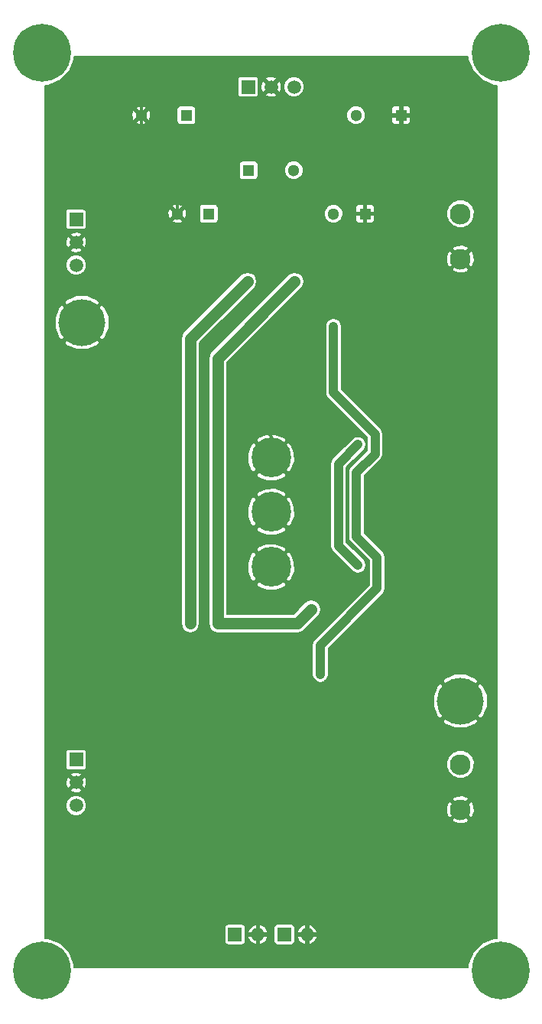
<source format=gbr>
G04 #@! TF.FileFunction,Copper,L2,Bot,Signal*
%FSLAX46Y46*%
G04 Gerber Fmt 4.6, Leading zero omitted, Abs format (unit mm)*
G04 Created by KiCad (PCBNEW 4.0.2-stable) date 08.07.2018 23:17:36*
%MOMM*%
G01*
G04 APERTURE LIST*
%ADD10C,0.100000*%
%ADD11C,4.400000*%
%ADD12C,5.200000*%
%ADD13C,6.400000*%
%ADD14C,1.300000*%
%ADD15R,1.300000X1.300000*%
%ADD16R,1.500000X1.500000*%
%ADD17C,1.500000*%
%ADD18O,1.500000X1.500000*%
%ADD19C,2.300000*%
%ADD20C,0.700000*%
%ADD21C,0.300000*%
%ADD22C,1.300000*%
%ADD23C,1.000000*%
%ADD24C,0.200000*%
G04 APERTURE END LIST*
D10*
D11*
X125400000Y-85300000D03*
X125400000Y-73200000D03*
D12*
X146355000Y-100155000D03*
X104445000Y-58245000D03*
D13*
X150800000Y-28400000D03*
X100000000Y-28400000D03*
X100000000Y-130000000D03*
X150800000Y-130000000D03*
D14*
X115000000Y-46200000D03*
D15*
X118500000Y-46200000D03*
D14*
X132300000Y-46200000D03*
D15*
X135800000Y-46200000D03*
X116000000Y-35300000D03*
D14*
X111000000Y-35300000D03*
D15*
X139800000Y-35300000D03*
D14*
X134800000Y-35300000D03*
D15*
X122900000Y-41400000D03*
D14*
X127900000Y-41400000D03*
D16*
X122860000Y-32150000D03*
D17*
X125400000Y-32150000D03*
X127940000Y-32150000D03*
D16*
X103810000Y-106630000D03*
D17*
X103810000Y-109170000D03*
X103810000Y-111710000D03*
D16*
X103810000Y-46815000D03*
D17*
X103810000Y-49355000D03*
X103810000Y-51895000D03*
D16*
X121400000Y-126000000D03*
D18*
X123940000Y-126000000D03*
D16*
X126860000Y-126000000D03*
D18*
X129400000Y-126000000D03*
D19*
X146355000Y-112180000D03*
X146355000Y-107180000D03*
X146355000Y-51220000D03*
X146355000Y-46220000D03*
D11*
X125400000Y-79200000D03*
D20*
X137000000Y-124000000D03*
X142000000Y-119000000D03*
X147000000Y-119000000D03*
X137000000Y-119000000D03*
X132000000Y-119000000D03*
X130000000Y-116000000D03*
X130000000Y-111000000D03*
X130000000Y-106000000D03*
X130000000Y-101000000D03*
X138000000Y-116000000D03*
X138000000Y-111000000D03*
X138000000Y-106000000D03*
X138000000Y-101000000D03*
X122000000Y-129000000D03*
X127000000Y-129000000D03*
X132000000Y-129000000D03*
X137000000Y-129000000D03*
X142000000Y-129000000D03*
X146000000Y-125000000D03*
X149000000Y-121000000D03*
X149000000Y-116000000D03*
X105000000Y-120000000D03*
X110000000Y-123000000D03*
X101000000Y-119000000D03*
X101000000Y-124000000D03*
X105000000Y-124000000D03*
X105000000Y-129000000D03*
X110000000Y-129000000D03*
X115000000Y-129000000D03*
X110000000Y-120000000D03*
X105000000Y-116000000D03*
X110000000Y-116000000D03*
X115000000Y-116000000D03*
X120000000Y-116000000D03*
X125000000Y-116000000D03*
X125000000Y-111000000D03*
X120000000Y-111000000D03*
X115000000Y-111000000D03*
X120200000Y-101000000D03*
X125000000Y-106000000D03*
X125000000Y-101000000D03*
X115000000Y-101000000D03*
X120000000Y-106000000D03*
X115000000Y-106000000D03*
X120000000Y-93000000D03*
X125000000Y-93000000D03*
X115000000Y-96000000D03*
X120000000Y-96000000D03*
X125000000Y-96000000D03*
X129000000Y-93000000D03*
X132200000Y-89900000D03*
X141500000Y-72200000D03*
X140000000Y-81000000D03*
X127000000Y-67500000D03*
X133400000Y-71000000D03*
X131600000Y-68700000D03*
X123500000Y-69000000D03*
X124000000Y-60500000D03*
X129000000Y-56500000D03*
X139000000Y-57000000D03*
X136000000Y-57000000D03*
X136000000Y-51000000D03*
X140000000Y-46000000D03*
X140000000Y-40000000D03*
X136000000Y-40000000D03*
X144000000Y-34000000D03*
X144000000Y-39000000D03*
X144000000Y-54000000D03*
X144000000Y-59000000D03*
X144000000Y-64000000D03*
X144000000Y-69000000D03*
X144000000Y-74000000D03*
X144000000Y-79000000D03*
X144000000Y-84000000D03*
X144000000Y-89000000D03*
X144000000Y-94000000D03*
X149000000Y-94000000D03*
X149000000Y-89000000D03*
X149000000Y-84000000D03*
X149000000Y-79000000D03*
X149000000Y-74000000D03*
X149000000Y-69000000D03*
X149000000Y-64000000D03*
X149000000Y-59000000D03*
X149000000Y-54000000D03*
X149000000Y-49000000D03*
X149000000Y-39000000D03*
X149000000Y-34000000D03*
X145000000Y-30000000D03*
X140000000Y-30000000D03*
X135000000Y-29400000D03*
X130000000Y-29400000D03*
X125000000Y-29400000D03*
X120000000Y-29400000D03*
X115000000Y-29400000D03*
X125400000Y-39700000D03*
X125400000Y-44700000D03*
X125400000Y-51700000D03*
X125400000Y-35000000D03*
X124400000Y-54650000D03*
X119800000Y-59400000D03*
X118400000Y-60800000D03*
X114250000Y-62800000D03*
X114250000Y-74700000D03*
X114250000Y-68250000D03*
X115000000Y-53000000D03*
X115000000Y-61000000D03*
X115000000Y-43000000D03*
X111000000Y-43000000D03*
X111000000Y-39000000D03*
X105000000Y-30000000D03*
X111000000Y-30000000D03*
X102000000Y-35000000D03*
X102000000Y-43000000D03*
X102000000Y-39000000D03*
X112100000Y-78600000D03*
X104000000Y-81000000D03*
X102000000Y-78000000D03*
X102000000Y-73000000D03*
X102000000Y-68000000D03*
X102000000Y-63000000D03*
X109000000Y-63000000D03*
X109000000Y-78000000D03*
X109000000Y-73000000D03*
X109000000Y-68000000D03*
X109000000Y-103500000D03*
X103000000Y-103500000D03*
X103000000Y-99000000D03*
X109000000Y-99000000D03*
X109000000Y-94000000D03*
X103000000Y-94000000D03*
X103000000Y-89000000D03*
X109000000Y-89000000D03*
X109000000Y-84000000D03*
X105000000Y-84000000D03*
X109000000Y-81000000D03*
X111300000Y-80700000D03*
X100700000Y-84200000D03*
X100700000Y-89200000D03*
X100700000Y-94200000D03*
X100700000Y-99200000D03*
X100700000Y-104200000D03*
X100700000Y-109200000D03*
X100700000Y-114200000D03*
X135000000Y-63200000D03*
X135000000Y-95200000D03*
X116450000Y-91550000D03*
X122800000Y-53700000D03*
X116450000Y-64600000D03*
X129850000Y-90000000D03*
X119500000Y-91550000D03*
X128000000Y-53700000D03*
X119500000Y-64600000D03*
X135000000Y-71750000D03*
X135000000Y-85100000D03*
X130850000Y-97200000D03*
X132300000Y-58650000D03*
X134850000Y-77700000D03*
X134850000Y-80150000D03*
D21*
X142000000Y-119000000D02*
X147000000Y-119000000D01*
X137000000Y-119000000D02*
X132000000Y-119000000D01*
X130000000Y-116000000D02*
X130000000Y-111000000D01*
X130000000Y-106000000D02*
X130000000Y-101000000D01*
X137000000Y-129000000D02*
X137000000Y-124000000D01*
X138000000Y-111000000D02*
X138000000Y-116000000D01*
X138000000Y-101000000D02*
X138000000Y-106000000D01*
X146355000Y-112180000D02*
X149000000Y-114825000D01*
X132000000Y-129000000D02*
X127000000Y-129000000D01*
X142000000Y-129000000D02*
X137000000Y-129000000D01*
X149000000Y-122000000D02*
X146000000Y-125000000D01*
X149000000Y-121000000D02*
X149000000Y-122000000D01*
X149000000Y-114825000D02*
X149000000Y-116000000D01*
X108000000Y-123000000D02*
X105000000Y-120000000D01*
X110000000Y-123000000D02*
X108000000Y-123000000D01*
X101000000Y-124000000D02*
X101000000Y-119000000D01*
X105000000Y-129000000D02*
X105000000Y-124000000D01*
X115000000Y-129000000D02*
X110000000Y-129000000D01*
X110000000Y-116000000D02*
X105000000Y-116000000D01*
X120000000Y-116000000D02*
X115000000Y-116000000D01*
X125000000Y-111000000D02*
X125000000Y-116000000D01*
X115000000Y-111000000D02*
X120000000Y-111000000D01*
X109000000Y-105700000D02*
X117800000Y-105700000D01*
X120200000Y-103300000D02*
X120200000Y-101000000D01*
X117800000Y-105700000D02*
X120200000Y-103300000D01*
X125000000Y-106000000D02*
X120000000Y-106000000D01*
X120000000Y-101000000D02*
X125000000Y-101000000D01*
X115000000Y-101000000D02*
X120000000Y-101000000D01*
X125000000Y-93000000D02*
X120000000Y-93000000D01*
X115000000Y-96000000D02*
X120000000Y-96000000D01*
X125000000Y-96000000D02*
X126000000Y-96000000D01*
X126000000Y-96000000D02*
X129000000Y-93000000D01*
X125400000Y-85300000D02*
X127600000Y-87500000D01*
X129800000Y-87500000D02*
X132200000Y-89900000D01*
X127600000Y-87500000D02*
X129800000Y-87500000D01*
X144000000Y-84000000D02*
X143000000Y-84000000D01*
X143000000Y-84000000D02*
X140000000Y-81000000D01*
X127000000Y-67500000D02*
X128200000Y-68700000D01*
X128200000Y-68700000D02*
X131600000Y-68700000D01*
X127000000Y-67500000D02*
X124000000Y-64500000D01*
X125500000Y-69000000D02*
X127000000Y-67500000D01*
X125400000Y-73200000D02*
X125400000Y-70900000D01*
X125400000Y-70900000D02*
X123500000Y-69000000D01*
X123500000Y-69000000D02*
X125500000Y-69000000D01*
X124000000Y-64500000D02*
X124000000Y-60500000D01*
X136000000Y-57000000D02*
X129500000Y-57000000D01*
X129500000Y-57000000D02*
X129000000Y-56500000D01*
X136000000Y-51000000D02*
X136000000Y-57000000D01*
X135800000Y-46200000D02*
X135800000Y-40200000D01*
X140000000Y-40000000D02*
X140000000Y-46000000D01*
X135800000Y-40200000D02*
X136000000Y-40000000D01*
X149000000Y-39000000D02*
X144000000Y-39000000D01*
X144000000Y-64000000D02*
X144000000Y-59000000D01*
X144000000Y-74000000D02*
X144000000Y-69000000D01*
X144000000Y-84000000D02*
X144000000Y-79000000D01*
X144000000Y-94000000D02*
X144000000Y-89000000D01*
X149000000Y-89000000D02*
X149000000Y-94000000D01*
X149000000Y-79000000D02*
X149000000Y-84000000D01*
X149000000Y-69000000D02*
X149000000Y-74000000D01*
X149000000Y-59000000D02*
X149000000Y-64000000D01*
X149000000Y-49000000D02*
X149000000Y-54000000D01*
X149000000Y-34000000D02*
X149000000Y-39000000D01*
X140000000Y-30000000D02*
X145000000Y-30000000D01*
X111000000Y-35300000D02*
X111000000Y-31000000D01*
X130000000Y-29400000D02*
X135000000Y-29400000D01*
X120000000Y-29400000D02*
X125000000Y-29400000D01*
X112600000Y-29400000D02*
X115000000Y-29400000D01*
X111000000Y-31000000D02*
X112600000Y-29400000D01*
X125400000Y-44700000D02*
X125400000Y-51700000D01*
X125400000Y-35000000D02*
X125400000Y-39700000D01*
X118400000Y-60800000D02*
X119800000Y-59400000D01*
X114250000Y-62800000D02*
X114250000Y-68250000D01*
X115000000Y-61000000D02*
X115000000Y-53000000D01*
X115000000Y-46200000D02*
X115000000Y-43000000D01*
X111000000Y-35300000D02*
X111000000Y-39000000D01*
X111000000Y-35300000D02*
X111000000Y-30000000D01*
X102000000Y-35000000D02*
X102000000Y-43000000D01*
X109000000Y-78000000D02*
X109600000Y-78600000D01*
X109600000Y-78600000D02*
X112100000Y-78600000D01*
X102000000Y-73000000D02*
X102000000Y-78000000D01*
X102000000Y-63000000D02*
X102000000Y-68000000D01*
X109000000Y-63000000D02*
X109000000Y-78000000D01*
X109000000Y-73000000D02*
X109000000Y-68000000D01*
X109000000Y-103500000D02*
X103000000Y-103500000D01*
X103000000Y-99000000D02*
X109000000Y-99000000D01*
X109000000Y-94000000D02*
X103000000Y-94000000D01*
X103000000Y-89000000D02*
X109000000Y-89000000D01*
X109000000Y-84000000D02*
X105000000Y-84000000D01*
X109000000Y-81000000D02*
X109300000Y-80700000D01*
X109300000Y-80700000D02*
X111300000Y-80700000D01*
X100700000Y-109200000D02*
X100700000Y-104200000D01*
X100700000Y-89200000D02*
X100700000Y-84200000D01*
X100700000Y-99200000D02*
X100700000Y-94200000D01*
X102980000Y-110000000D02*
X101500000Y-110000000D01*
X101500000Y-110000000D02*
X100700000Y-109200000D01*
X102980000Y-110000000D02*
X103810000Y-109170000D01*
D22*
X116450000Y-64600000D02*
X116450000Y-91550000D01*
X122800000Y-53700000D02*
X116450000Y-60050000D01*
X116450000Y-60050000D02*
X116450000Y-64600000D01*
X128300000Y-91550000D02*
X119500000Y-91550000D01*
X128300000Y-91550000D02*
X129850000Y-90000000D01*
X119500000Y-64600000D02*
X119500000Y-91550000D01*
X128000000Y-53700000D02*
X119500000Y-62200000D01*
X119500000Y-62200000D02*
X119500000Y-64600000D01*
D23*
X135000000Y-85100000D02*
X132850000Y-82950000D01*
X132850000Y-73900000D02*
X132850000Y-82950000D01*
X132850000Y-73900000D02*
X135000000Y-71750000D01*
X137150000Y-87650000D02*
X130850000Y-93950000D01*
X134850000Y-81950000D02*
X137150000Y-84250000D01*
X134850000Y-80150000D02*
X134850000Y-81950000D01*
X137150000Y-84250000D02*
X137150000Y-87650000D01*
X130850000Y-93950000D02*
X130850000Y-97200000D01*
X134850000Y-77700000D02*
X134850000Y-74850000D01*
X132300000Y-66000000D02*
X132300000Y-58650000D01*
X136900000Y-70600000D02*
X132300000Y-66000000D01*
X136900000Y-72800000D02*
X136900000Y-70600000D01*
X134850000Y-74850000D02*
X136900000Y-72800000D01*
X134850000Y-77700000D02*
X134850000Y-80150000D01*
D24*
G36*
X147199377Y-29112943D02*
X147746289Y-30436572D01*
X148758101Y-31450152D01*
X150080774Y-31999374D01*
X150425000Y-31999674D01*
X150425000Y-126399672D01*
X150087057Y-126399377D01*
X148763428Y-126946289D01*
X147749848Y-127958101D01*
X147200626Y-129280774D01*
X147200326Y-129625000D01*
X103600328Y-129625000D01*
X103600623Y-129287057D01*
X103053711Y-127963428D01*
X102041899Y-126949848D01*
X100719226Y-126400626D01*
X100375000Y-126400326D01*
X100375000Y-125250000D01*
X120242164Y-125250000D01*
X120242164Y-126750000D01*
X120270056Y-126898231D01*
X120357660Y-127034372D01*
X120491329Y-127125704D01*
X120650000Y-127157836D01*
X122150000Y-127157836D01*
X122298231Y-127129944D01*
X122434372Y-127042340D01*
X122525704Y-126908671D01*
X122557836Y-126750000D01*
X122557836Y-126326518D01*
X122837313Y-126326518D01*
X123046203Y-126723643D01*
X123391165Y-127010600D01*
X123613484Y-127102672D01*
X123790000Y-127039230D01*
X123790000Y-126150000D01*
X124090000Y-126150000D01*
X124090000Y-127039230D01*
X124266516Y-127102672D01*
X124488835Y-127010600D01*
X124833797Y-126723643D01*
X125042687Y-126326518D01*
X124980190Y-126150000D01*
X124090000Y-126150000D01*
X123790000Y-126150000D01*
X122899810Y-126150000D01*
X122837313Y-126326518D01*
X122557836Y-126326518D01*
X122557836Y-125673482D01*
X122837313Y-125673482D01*
X122899810Y-125850000D01*
X123790000Y-125850000D01*
X123790000Y-124960770D01*
X124090000Y-124960770D01*
X124090000Y-125850000D01*
X124980190Y-125850000D01*
X125042687Y-125673482D01*
X124833797Y-125276357D01*
X124802113Y-125250000D01*
X125702164Y-125250000D01*
X125702164Y-126750000D01*
X125730056Y-126898231D01*
X125817660Y-127034372D01*
X125951329Y-127125704D01*
X126110000Y-127157836D01*
X127610000Y-127157836D01*
X127758231Y-127129944D01*
X127894372Y-127042340D01*
X127985704Y-126908671D01*
X128017836Y-126750000D01*
X128017836Y-126326518D01*
X128297313Y-126326518D01*
X128506203Y-126723643D01*
X128851165Y-127010600D01*
X129073484Y-127102672D01*
X129250000Y-127039230D01*
X129250000Y-126150000D01*
X129550000Y-126150000D01*
X129550000Y-127039230D01*
X129726516Y-127102672D01*
X129948835Y-127010600D01*
X130293797Y-126723643D01*
X130502687Y-126326518D01*
X130440190Y-126150000D01*
X129550000Y-126150000D01*
X129250000Y-126150000D01*
X128359810Y-126150000D01*
X128297313Y-126326518D01*
X128017836Y-126326518D01*
X128017836Y-125673482D01*
X128297313Y-125673482D01*
X128359810Y-125850000D01*
X129250000Y-125850000D01*
X129250000Y-124960770D01*
X129550000Y-124960770D01*
X129550000Y-125850000D01*
X130440190Y-125850000D01*
X130502687Y-125673482D01*
X130293797Y-125276357D01*
X129948835Y-124989400D01*
X129726516Y-124897328D01*
X129550000Y-124960770D01*
X129250000Y-124960770D01*
X129073484Y-124897328D01*
X128851165Y-124989400D01*
X128506203Y-125276357D01*
X128297313Y-125673482D01*
X128017836Y-125673482D01*
X128017836Y-125250000D01*
X127989944Y-125101769D01*
X127902340Y-124965628D01*
X127768671Y-124874296D01*
X127610000Y-124842164D01*
X126110000Y-124842164D01*
X125961769Y-124870056D01*
X125825628Y-124957660D01*
X125734296Y-125091329D01*
X125702164Y-125250000D01*
X124802113Y-125250000D01*
X124488835Y-124989400D01*
X124266516Y-124897328D01*
X124090000Y-124960770D01*
X123790000Y-124960770D01*
X123613484Y-124897328D01*
X123391165Y-124989400D01*
X123046203Y-125276357D01*
X122837313Y-125673482D01*
X122557836Y-125673482D01*
X122557836Y-125250000D01*
X122529944Y-125101769D01*
X122442340Y-124965628D01*
X122308671Y-124874296D01*
X122150000Y-124842164D01*
X120650000Y-124842164D01*
X120501769Y-124870056D01*
X120365628Y-124957660D01*
X120274296Y-125091329D01*
X120242164Y-125250000D01*
X100375000Y-125250000D01*
X100375000Y-113327455D01*
X145419677Y-113327455D01*
X145551631Y-113540939D01*
X146133592Y-113744779D01*
X146749261Y-113710396D01*
X147158369Y-113540939D01*
X147290323Y-113327455D01*
X146355000Y-112392132D01*
X145419677Y-113327455D01*
X100375000Y-113327455D01*
X100375000Y-111937746D01*
X102659801Y-111937746D01*
X102834509Y-112360572D01*
X103157727Y-112684354D01*
X103580247Y-112859800D01*
X104037746Y-112860199D01*
X104460572Y-112685491D01*
X104784354Y-112362273D01*
X104951977Y-111958592D01*
X144790221Y-111958592D01*
X144824604Y-112574261D01*
X144994061Y-112983369D01*
X145207545Y-113115323D01*
X146142868Y-112180000D01*
X146567132Y-112180000D01*
X147502455Y-113115323D01*
X147715939Y-112983369D01*
X147919779Y-112401408D01*
X147885396Y-111785739D01*
X147715939Y-111376631D01*
X147502455Y-111244677D01*
X146567132Y-112180000D01*
X146142868Y-112180000D01*
X145207545Y-111244677D01*
X144994061Y-111376631D01*
X144790221Y-111958592D01*
X104951977Y-111958592D01*
X104959800Y-111939753D01*
X104960199Y-111482254D01*
X104785491Y-111059428D01*
X104758655Y-111032545D01*
X145419677Y-111032545D01*
X146355000Y-111967868D01*
X147290323Y-111032545D01*
X147158369Y-110819061D01*
X146576408Y-110615221D01*
X145960739Y-110649604D01*
X145551631Y-110819061D01*
X145419677Y-111032545D01*
X104758655Y-111032545D01*
X104462273Y-110735646D01*
X104039753Y-110560200D01*
X103582254Y-110559801D01*
X103159428Y-110734509D01*
X102835646Y-111057727D01*
X102660200Y-111480247D01*
X102659801Y-111937746D01*
X100375000Y-111937746D01*
X100375000Y-110027006D01*
X103165126Y-110027006D01*
X103247819Y-110198970D01*
X103684382Y-110335781D01*
X104140070Y-110295114D01*
X104372181Y-110198970D01*
X104454874Y-110027006D01*
X103810000Y-109382132D01*
X103165126Y-110027006D01*
X100375000Y-110027006D01*
X100375000Y-109044382D01*
X102644219Y-109044382D01*
X102684886Y-109500070D01*
X102781030Y-109732181D01*
X102952994Y-109814874D01*
X103597868Y-109170000D01*
X104022132Y-109170000D01*
X104667006Y-109814874D01*
X104838970Y-109732181D01*
X104975781Y-109295618D01*
X104935114Y-108839930D01*
X104838970Y-108607819D01*
X104667006Y-108525126D01*
X104022132Y-109170000D01*
X103597868Y-109170000D01*
X102952994Y-108525126D01*
X102781030Y-108607819D01*
X102644219Y-109044382D01*
X100375000Y-109044382D01*
X100375000Y-108312994D01*
X103165126Y-108312994D01*
X103810000Y-108957868D01*
X104454874Y-108312994D01*
X104372181Y-108141030D01*
X103935618Y-108004219D01*
X103479930Y-108044886D01*
X103247819Y-108141030D01*
X103165126Y-108312994D01*
X100375000Y-108312994D01*
X100375000Y-105880000D01*
X102652164Y-105880000D01*
X102652164Y-107380000D01*
X102680056Y-107528231D01*
X102767660Y-107664372D01*
X102901329Y-107755704D01*
X103060000Y-107787836D01*
X104560000Y-107787836D01*
X104708231Y-107759944D01*
X104844372Y-107672340D01*
X104935704Y-107538671D01*
X104946175Y-107486961D01*
X144804732Y-107486961D01*
X145040208Y-108056857D01*
X145475849Y-108493260D01*
X146045333Y-108729730D01*
X146661961Y-108730268D01*
X147231857Y-108494792D01*
X147668260Y-108059151D01*
X147904730Y-107489667D01*
X147905268Y-106873039D01*
X147669792Y-106303143D01*
X147234151Y-105866740D01*
X146664667Y-105630270D01*
X146048039Y-105629732D01*
X145478143Y-105865208D01*
X145041740Y-106300849D01*
X144805270Y-106870333D01*
X144804732Y-107486961D01*
X104946175Y-107486961D01*
X104967836Y-107380000D01*
X104967836Y-105880000D01*
X104939944Y-105731769D01*
X104852340Y-105595628D01*
X104718671Y-105504296D01*
X104560000Y-105472164D01*
X103060000Y-105472164D01*
X102911769Y-105500056D01*
X102775628Y-105587660D01*
X102684296Y-105721329D01*
X102652164Y-105880000D01*
X100375000Y-105880000D01*
X100375000Y-102350544D01*
X144371588Y-102350544D01*
X144680614Y-102714790D01*
X145787658Y-103160698D01*
X146981074Y-103149015D01*
X148029386Y-102714790D01*
X148338412Y-102350544D01*
X146355000Y-100367132D01*
X144371588Y-102350544D01*
X100375000Y-102350544D01*
X100375000Y-99587658D01*
X143349302Y-99587658D01*
X143360985Y-100781074D01*
X143795210Y-101829386D01*
X144159456Y-102138412D01*
X146142868Y-100155000D01*
X146567132Y-100155000D01*
X148550544Y-102138412D01*
X148914790Y-101829386D01*
X149360698Y-100722342D01*
X149349015Y-99528926D01*
X148914790Y-98480614D01*
X148550544Y-98171588D01*
X146567132Y-100155000D01*
X146142868Y-100155000D01*
X144159456Y-98171588D01*
X143795210Y-98480614D01*
X143349302Y-99587658D01*
X100375000Y-99587658D01*
X100375000Y-93950000D01*
X129950000Y-93950000D01*
X129950000Y-97200000D01*
X130018508Y-97544415D01*
X130213604Y-97836396D01*
X130505585Y-98031492D01*
X130850000Y-98100000D01*
X131194415Y-98031492D01*
X131302224Y-97959456D01*
X144371588Y-97959456D01*
X146355000Y-99942868D01*
X148338412Y-97959456D01*
X148029386Y-97595210D01*
X146922342Y-97149302D01*
X145728926Y-97160985D01*
X144680614Y-97595210D01*
X144371588Y-97959456D01*
X131302224Y-97959456D01*
X131486396Y-97836396D01*
X131681492Y-97544415D01*
X131750000Y-97200000D01*
X131750000Y-94322792D01*
X137786396Y-88286396D01*
X137981492Y-87994416D01*
X138050000Y-87650000D01*
X138050000Y-84250000D01*
X137981492Y-83905585D01*
X137981492Y-83905584D01*
X137786396Y-83613604D01*
X135750000Y-81577208D01*
X135750000Y-75222792D01*
X137536396Y-73436396D01*
X137731492Y-73144415D01*
X137800000Y-72800000D01*
X137800000Y-70600000D01*
X137731492Y-70255585D01*
X137731492Y-70255584D01*
X137536396Y-69963604D01*
X133200000Y-65627208D01*
X133200000Y-58650000D01*
X133131492Y-58305585D01*
X132936396Y-58013604D01*
X132644415Y-57818508D01*
X132300000Y-57750000D01*
X131955585Y-57818508D01*
X131663604Y-58013604D01*
X131468508Y-58305585D01*
X131400000Y-58650000D01*
X131400000Y-66000000D01*
X131468508Y-66344415D01*
X131663604Y-66636396D01*
X136000000Y-70972792D01*
X136000000Y-72427208D01*
X134213604Y-74213604D01*
X134018508Y-74505585D01*
X133950000Y-74850000D01*
X133950000Y-81950000D01*
X134018508Y-82294415D01*
X134213604Y-82586396D01*
X136250000Y-84622792D01*
X136250000Y-87277208D01*
X130213604Y-93313604D01*
X130018508Y-93605585D01*
X129950000Y-93950000D01*
X100375000Y-93950000D01*
X100375000Y-60440544D01*
X102461588Y-60440544D01*
X102770614Y-60804790D01*
X103877658Y-61250698D01*
X105071074Y-61239015D01*
X106119386Y-60804790D01*
X106428412Y-60440544D01*
X104445000Y-58457132D01*
X102461588Y-60440544D01*
X100375000Y-60440544D01*
X100375000Y-57677658D01*
X101439302Y-57677658D01*
X101450985Y-58871074D01*
X101885210Y-59919386D01*
X102249456Y-60228412D01*
X104232868Y-58245000D01*
X104657132Y-58245000D01*
X106640544Y-60228412D01*
X106850836Y-60050000D01*
X115400000Y-60050000D01*
X115400000Y-91550000D01*
X115479926Y-91951818D01*
X115707538Y-92292462D01*
X116048182Y-92520074D01*
X116450000Y-92600000D01*
X116851818Y-92520074D01*
X117192462Y-92292462D01*
X117420074Y-91951818D01*
X117500000Y-91550000D01*
X117500000Y-62200000D01*
X118450000Y-62200000D01*
X118450000Y-91550000D01*
X118529926Y-91951818D01*
X118757538Y-92292462D01*
X119098182Y-92520074D01*
X119500000Y-92600000D01*
X128300000Y-92600000D01*
X128701818Y-92520074D01*
X129042462Y-92292462D01*
X130592462Y-90742462D01*
X130820074Y-90401818D01*
X130900000Y-90000000D01*
X130820074Y-89598182D01*
X130592462Y-89257538D01*
X130251818Y-89029926D01*
X129850000Y-88950000D01*
X129448182Y-89029926D01*
X129107538Y-89257538D01*
X127865076Y-90500000D01*
X120550000Y-90500000D01*
X120550000Y-87206730D01*
X123705402Y-87206730D01*
X123965667Y-87529385D01*
X124927998Y-87908579D01*
X125962187Y-87890640D01*
X126834333Y-87529385D01*
X127094598Y-87206730D01*
X125400000Y-85512132D01*
X123705402Y-87206730D01*
X120550000Y-87206730D01*
X120550000Y-84827998D01*
X122791421Y-84827998D01*
X122809360Y-85862187D01*
X123170615Y-86734333D01*
X123493270Y-86994598D01*
X125187868Y-85300000D01*
X125612132Y-85300000D01*
X127306730Y-86994598D01*
X127629385Y-86734333D01*
X128008579Y-85772002D01*
X127990640Y-84737813D01*
X127629385Y-83865667D01*
X127306730Y-83605402D01*
X125612132Y-85300000D01*
X125187868Y-85300000D01*
X123493270Y-83605402D01*
X123170615Y-83865667D01*
X122791421Y-84827998D01*
X120550000Y-84827998D01*
X120550000Y-83393270D01*
X123705402Y-83393270D01*
X125400000Y-85087868D01*
X127094598Y-83393270D01*
X126834333Y-83070615D01*
X125872002Y-82691421D01*
X124837813Y-82709360D01*
X123965667Y-83070615D01*
X123705402Y-83393270D01*
X120550000Y-83393270D01*
X120550000Y-81106730D01*
X123705402Y-81106730D01*
X123965667Y-81429385D01*
X124927998Y-81808579D01*
X125962187Y-81790640D01*
X126834333Y-81429385D01*
X127094598Y-81106730D01*
X125400000Y-79412132D01*
X123705402Y-81106730D01*
X120550000Y-81106730D01*
X120550000Y-78727998D01*
X122791421Y-78727998D01*
X122809360Y-79762187D01*
X123170615Y-80634333D01*
X123493270Y-80894598D01*
X125187868Y-79200000D01*
X125612132Y-79200000D01*
X127306730Y-80894598D01*
X127629385Y-80634333D01*
X128008579Y-79672002D01*
X127990640Y-78637813D01*
X127629385Y-77765667D01*
X127306730Y-77505402D01*
X125612132Y-79200000D01*
X125187868Y-79200000D01*
X123493270Y-77505402D01*
X123170615Y-77765667D01*
X122791421Y-78727998D01*
X120550000Y-78727998D01*
X120550000Y-77293270D01*
X123705402Y-77293270D01*
X125400000Y-78987868D01*
X127094598Y-77293270D01*
X126834333Y-76970615D01*
X125872002Y-76591421D01*
X124837813Y-76609360D01*
X123965667Y-76970615D01*
X123705402Y-77293270D01*
X120550000Y-77293270D01*
X120550000Y-75106730D01*
X123705402Y-75106730D01*
X123965667Y-75429385D01*
X124927998Y-75808579D01*
X125962187Y-75790640D01*
X126834333Y-75429385D01*
X127094598Y-75106730D01*
X125400000Y-73412132D01*
X123705402Y-75106730D01*
X120550000Y-75106730D01*
X120550000Y-72727998D01*
X122791421Y-72727998D01*
X122809360Y-73762187D01*
X123170615Y-74634333D01*
X123493270Y-74894598D01*
X125187868Y-73200000D01*
X125612132Y-73200000D01*
X127306730Y-74894598D01*
X127629385Y-74634333D01*
X127918739Y-73900000D01*
X131950000Y-73900000D01*
X131950000Y-82950000D01*
X132018508Y-83294415D01*
X132213604Y-83586396D01*
X134363604Y-85736396D01*
X134655584Y-85931492D01*
X135000000Y-86000000D01*
X135344415Y-85931492D01*
X135636396Y-85736396D01*
X135831492Y-85444415D01*
X135900000Y-85100000D01*
X135831492Y-84755584D01*
X135636396Y-84463604D01*
X133750000Y-82577208D01*
X133750000Y-74272792D01*
X135636396Y-72386396D01*
X135831492Y-72094416D01*
X135900000Y-71750000D01*
X135831492Y-71405585D01*
X135636396Y-71113604D01*
X135344415Y-70918508D01*
X135000000Y-70850000D01*
X134655584Y-70918508D01*
X134363604Y-71113604D01*
X132213604Y-73263604D01*
X132018508Y-73555585D01*
X131950000Y-73900000D01*
X127918739Y-73900000D01*
X128008579Y-73672002D01*
X127990640Y-72637813D01*
X127629385Y-71765667D01*
X127306730Y-71505402D01*
X125612132Y-73200000D01*
X125187868Y-73200000D01*
X123493270Y-71505402D01*
X123170615Y-71765667D01*
X122791421Y-72727998D01*
X120550000Y-72727998D01*
X120550000Y-71293270D01*
X123705402Y-71293270D01*
X125400000Y-72987868D01*
X127094598Y-71293270D01*
X126834333Y-70970615D01*
X125872002Y-70591421D01*
X124837813Y-70609360D01*
X123965667Y-70970615D01*
X123705402Y-71293270D01*
X120550000Y-71293270D01*
X120550000Y-62634924D01*
X128742462Y-54442462D01*
X128970074Y-54101818D01*
X129050000Y-53700000D01*
X128970074Y-53298183D01*
X128742462Y-52957538D01*
X128401817Y-52729926D01*
X128000000Y-52650000D01*
X127598182Y-52729926D01*
X127257538Y-52957538D01*
X118757538Y-61457538D01*
X118529926Y-61798182D01*
X118450000Y-62200000D01*
X117500000Y-62200000D01*
X117500000Y-60484924D01*
X123542462Y-54442462D01*
X123770074Y-54101818D01*
X123850000Y-53700000D01*
X123770074Y-53298182D01*
X123542462Y-52957538D01*
X123201818Y-52729926D01*
X122800000Y-52650000D01*
X122398182Y-52729926D01*
X122057538Y-52957538D01*
X115707538Y-59307538D01*
X115479926Y-59648182D01*
X115400000Y-60050000D01*
X106850836Y-60050000D01*
X107004790Y-59919386D01*
X107450698Y-58812342D01*
X107439015Y-57618926D01*
X107004790Y-56570614D01*
X106640544Y-56261588D01*
X104657132Y-58245000D01*
X104232868Y-58245000D01*
X102249456Y-56261588D01*
X101885210Y-56570614D01*
X101439302Y-57677658D01*
X100375000Y-57677658D01*
X100375000Y-56049456D01*
X102461588Y-56049456D01*
X104445000Y-58032868D01*
X106428412Y-56049456D01*
X106119386Y-55685210D01*
X105012342Y-55239302D01*
X103818926Y-55250985D01*
X102770614Y-55685210D01*
X102461588Y-56049456D01*
X100375000Y-56049456D01*
X100375000Y-52122746D01*
X102659801Y-52122746D01*
X102834509Y-52545572D01*
X103157727Y-52869354D01*
X103580247Y-53044800D01*
X104037746Y-53045199D01*
X104460572Y-52870491D01*
X104784354Y-52547273D01*
X104859021Y-52367455D01*
X145419677Y-52367455D01*
X145551631Y-52580939D01*
X146133592Y-52784779D01*
X146749261Y-52750396D01*
X147158369Y-52580939D01*
X147290323Y-52367455D01*
X146355000Y-51432132D01*
X145419677Y-52367455D01*
X104859021Y-52367455D01*
X104959800Y-52124753D01*
X104960199Y-51667254D01*
X104785491Y-51244428D01*
X104540084Y-50998592D01*
X144790221Y-50998592D01*
X144824604Y-51614261D01*
X144994061Y-52023369D01*
X145207545Y-52155323D01*
X146142868Y-51220000D01*
X146567132Y-51220000D01*
X147502455Y-52155323D01*
X147715939Y-52023369D01*
X147919779Y-51441408D01*
X147885396Y-50825739D01*
X147715939Y-50416631D01*
X147502455Y-50284677D01*
X146567132Y-51220000D01*
X146142868Y-51220000D01*
X145207545Y-50284677D01*
X144994061Y-50416631D01*
X144790221Y-50998592D01*
X104540084Y-50998592D01*
X104462273Y-50920646D01*
X104039753Y-50745200D01*
X103582254Y-50744801D01*
X103159428Y-50919509D01*
X102835646Y-51242727D01*
X102660200Y-51665247D01*
X102659801Y-52122746D01*
X100375000Y-52122746D01*
X100375000Y-50212006D01*
X103165126Y-50212006D01*
X103247819Y-50383970D01*
X103684382Y-50520781D01*
X104140070Y-50480114D01*
X104372181Y-50383970D01*
X104454874Y-50212006D01*
X104315413Y-50072545D01*
X145419677Y-50072545D01*
X146355000Y-51007868D01*
X147290323Y-50072545D01*
X147158369Y-49859061D01*
X146576408Y-49655221D01*
X145960739Y-49689604D01*
X145551631Y-49859061D01*
X145419677Y-50072545D01*
X104315413Y-50072545D01*
X103810000Y-49567132D01*
X103165126Y-50212006D01*
X100375000Y-50212006D01*
X100375000Y-49229382D01*
X102644219Y-49229382D01*
X102684886Y-49685070D01*
X102781030Y-49917181D01*
X102952994Y-49999874D01*
X103597868Y-49355000D01*
X104022132Y-49355000D01*
X104667006Y-49999874D01*
X104838970Y-49917181D01*
X104975781Y-49480618D01*
X104935114Y-49024930D01*
X104838970Y-48792819D01*
X104667006Y-48710126D01*
X104022132Y-49355000D01*
X103597868Y-49355000D01*
X102952994Y-48710126D01*
X102781030Y-48792819D01*
X102644219Y-49229382D01*
X100375000Y-49229382D01*
X100375000Y-48497994D01*
X103165126Y-48497994D01*
X103810000Y-49142868D01*
X104454874Y-48497994D01*
X104372181Y-48326030D01*
X103935618Y-48189219D01*
X103479930Y-48229886D01*
X103247819Y-48326030D01*
X103165126Y-48497994D01*
X100375000Y-48497994D01*
X100375000Y-46065000D01*
X102652164Y-46065000D01*
X102652164Y-47565000D01*
X102680056Y-47713231D01*
X102767660Y-47849372D01*
X102901329Y-47940704D01*
X103060000Y-47972836D01*
X104560000Y-47972836D01*
X104708231Y-47944944D01*
X104844372Y-47857340D01*
X104935704Y-47723671D01*
X104967836Y-47565000D01*
X104967836Y-46984118D01*
X114428014Y-46984118D01*
X114498294Y-47145735D01*
X114898401Y-47265740D01*
X115313976Y-47223495D01*
X115501706Y-47145735D01*
X115571986Y-46984118D01*
X115000000Y-46412132D01*
X114428014Y-46984118D01*
X104967836Y-46984118D01*
X104967836Y-46098401D01*
X113934260Y-46098401D01*
X113976505Y-46513976D01*
X114054265Y-46701706D01*
X114215882Y-46771986D01*
X114787868Y-46200000D01*
X115212132Y-46200000D01*
X115784118Y-46771986D01*
X115945735Y-46701706D01*
X116065740Y-46301599D01*
X116023495Y-45886024D01*
X115945735Y-45698294D01*
X115784118Y-45628014D01*
X115212132Y-46200000D01*
X114787868Y-46200000D01*
X114215882Y-45628014D01*
X114054265Y-45698294D01*
X113934260Y-46098401D01*
X104967836Y-46098401D01*
X104967836Y-46065000D01*
X104939944Y-45916769D01*
X104852340Y-45780628D01*
X104718671Y-45689296D01*
X104560000Y-45657164D01*
X103060000Y-45657164D01*
X102911769Y-45685056D01*
X102775628Y-45772660D01*
X102684296Y-45906329D01*
X102652164Y-46065000D01*
X100375000Y-46065000D01*
X100375000Y-45415882D01*
X114428014Y-45415882D01*
X115000000Y-45987868D01*
X115437868Y-45550000D01*
X117442164Y-45550000D01*
X117442164Y-46850000D01*
X117470056Y-46998231D01*
X117557660Y-47134372D01*
X117691329Y-47225704D01*
X117850000Y-47257836D01*
X119150000Y-47257836D01*
X119298231Y-47229944D01*
X119434372Y-47142340D01*
X119525704Y-47008671D01*
X119557836Y-46850000D01*
X119557836Y-46407942D01*
X131249818Y-46407942D01*
X131409334Y-46794000D01*
X131704446Y-47089628D01*
X132090226Y-47249818D01*
X132507942Y-47250182D01*
X132894000Y-47090666D01*
X133189628Y-46795554D01*
X133333114Y-46450000D01*
X134750000Y-46450000D01*
X134750000Y-46929565D01*
X134810896Y-47076582D01*
X134923418Y-47189104D01*
X135070435Y-47250000D01*
X135550000Y-47250000D01*
X135650000Y-47150000D01*
X135650000Y-46350000D01*
X135950000Y-46350000D01*
X135950000Y-47150000D01*
X136050000Y-47250000D01*
X136529565Y-47250000D01*
X136676582Y-47189104D01*
X136789104Y-47076582D01*
X136850000Y-46929565D01*
X136850000Y-46526961D01*
X144804732Y-46526961D01*
X145040208Y-47096857D01*
X145475849Y-47533260D01*
X146045333Y-47769730D01*
X146661961Y-47770268D01*
X147231857Y-47534792D01*
X147668260Y-47099151D01*
X147904730Y-46529667D01*
X147905268Y-45913039D01*
X147669792Y-45343143D01*
X147234151Y-44906740D01*
X146664667Y-44670270D01*
X146048039Y-44669732D01*
X145478143Y-44905208D01*
X145041740Y-45340849D01*
X144805270Y-45910333D01*
X144804732Y-46526961D01*
X136850000Y-46526961D01*
X136850000Y-46450000D01*
X136750000Y-46350000D01*
X135950000Y-46350000D01*
X135650000Y-46350000D01*
X134850000Y-46350000D01*
X134750000Y-46450000D01*
X133333114Y-46450000D01*
X133349818Y-46409774D01*
X133350182Y-45992058D01*
X133190666Y-45606000D01*
X133055338Y-45470435D01*
X134750000Y-45470435D01*
X134750000Y-45950000D01*
X134850000Y-46050000D01*
X135650000Y-46050000D01*
X135650000Y-45250000D01*
X135950000Y-45250000D01*
X135950000Y-46050000D01*
X136750000Y-46050000D01*
X136850000Y-45950000D01*
X136850000Y-45470435D01*
X136789104Y-45323418D01*
X136676582Y-45210896D01*
X136529565Y-45150000D01*
X136050000Y-45150000D01*
X135950000Y-45250000D01*
X135650000Y-45250000D01*
X135550000Y-45150000D01*
X135070435Y-45150000D01*
X134923418Y-45210896D01*
X134810896Y-45323418D01*
X134750000Y-45470435D01*
X133055338Y-45470435D01*
X132895554Y-45310372D01*
X132509774Y-45150182D01*
X132092058Y-45149818D01*
X131706000Y-45309334D01*
X131410372Y-45604446D01*
X131250182Y-45990226D01*
X131249818Y-46407942D01*
X119557836Y-46407942D01*
X119557836Y-45550000D01*
X119529944Y-45401769D01*
X119442340Y-45265628D01*
X119308671Y-45174296D01*
X119150000Y-45142164D01*
X117850000Y-45142164D01*
X117701769Y-45170056D01*
X117565628Y-45257660D01*
X117474296Y-45391329D01*
X117442164Y-45550000D01*
X115437868Y-45550000D01*
X115571986Y-45415882D01*
X115501706Y-45254265D01*
X115101599Y-45134260D01*
X114686024Y-45176505D01*
X114498294Y-45254265D01*
X114428014Y-45415882D01*
X100375000Y-45415882D01*
X100375000Y-40750000D01*
X121842164Y-40750000D01*
X121842164Y-42050000D01*
X121870056Y-42198231D01*
X121957660Y-42334372D01*
X122091329Y-42425704D01*
X122250000Y-42457836D01*
X123550000Y-42457836D01*
X123698231Y-42429944D01*
X123834372Y-42342340D01*
X123925704Y-42208671D01*
X123957836Y-42050000D01*
X123957836Y-41607942D01*
X126849818Y-41607942D01*
X127009334Y-41994000D01*
X127304446Y-42289628D01*
X127690226Y-42449818D01*
X128107942Y-42450182D01*
X128494000Y-42290666D01*
X128789628Y-41995554D01*
X128949818Y-41609774D01*
X128950182Y-41192058D01*
X128790666Y-40806000D01*
X128495554Y-40510372D01*
X128109774Y-40350182D01*
X127692058Y-40349818D01*
X127306000Y-40509334D01*
X127010372Y-40804446D01*
X126850182Y-41190226D01*
X126849818Y-41607942D01*
X123957836Y-41607942D01*
X123957836Y-40750000D01*
X123929944Y-40601769D01*
X123842340Y-40465628D01*
X123708671Y-40374296D01*
X123550000Y-40342164D01*
X122250000Y-40342164D01*
X122101769Y-40370056D01*
X121965628Y-40457660D01*
X121874296Y-40591329D01*
X121842164Y-40750000D01*
X100375000Y-40750000D01*
X100375000Y-36084118D01*
X110428014Y-36084118D01*
X110498294Y-36245735D01*
X110898401Y-36365740D01*
X111313976Y-36323495D01*
X111501706Y-36245735D01*
X111571986Y-36084118D01*
X111000000Y-35512132D01*
X110428014Y-36084118D01*
X100375000Y-36084118D01*
X100375000Y-35198401D01*
X109934260Y-35198401D01*
X109976505Y-35613976D01*
X110054265Y-35801706D01*
X110215882Y-35871986D01*
X110787868Y-35300000D01*
X111212132Y-35300000D01*
X111784118Y-35871986D01*
X111945735Y-35801706D01*
X112065740Y-35401599D01*
X112023495Y-34986024D01*
X111945735Y-34798294D01*
X111784118Y-34728014D01*
X111212132Y-35300000D01*
X110787868Y-35300000D01*
X110215882Y-34728014D01*
X110054265Y-34798294D01*
X109934260Y-35198401D01*
X100375000Y-35198401D01*
X100375000Y-34515882D01*
X110428014Y-34515882D01*
X111000000Y-35087868D01*
X111437868Y-34650000D01*
X114942164Y-34650000D01*
X114942164Y-35950000D01*
X114970056Y-36098231D01*
X115057660Y-36234372D01*
X115191329Y-36325704D01*
X115350000Y-36357836D01*
X116650000Y-36357836D01*
X116798231Y-36329944D01*
X116934372Y-36242340D01*
X117025704Y-36108671D01*
X117057836Y-35950000D01*
X117057836Y-35507942D01*
X133749818Y-35507942D01*
X133909334Y-35894000D01*
X134204446Y-36189628D01*
X134590226Y-36349818D01*
X135007942Y-36350182D01*
X135394000Y-36190666D01*
X135689628Y-35895554D01*
X135833114Y-35550000D01*
X138750000Y-35550000D01*
X138750000Y-36029565D01*
X138810896Y-36176582D01*
X138923418Y-36289104D01*
X139070435Y-36350000D01*
X139550000Y-36350000D01*
X139650000Y-36250000D01*
X139650000Y-35450000D01*
X139950000Y-35450000D01*
X139950000Y-36250000D01*
X140050000Y-36350000D01*
X140529565Y-36350000D01*
X140676582Y-36289104D01*
X140789104Y-36176582D01*
X140850000Y-36029565D01*
X140850000Y-35550000D01*
X140750000Y-35450000D01*
X139950000Y-35450000D01*
X139650000Y-35450000D01*
X138850000Y-35450000D01*
X138750000Y-35550000D01*
X135833114Y-35550000D01*
X135849818Y-35509774D01*
X135850182Y-35092058D01*
X135690666Y-34706000D01*
X135555338Y-34570435D01*
X138750000Y-34570435D01*
X138750000Y-35050000D01*
X138850000Y-35150000D01*
X139650000Y-35150000D01*
X139650000Y-34350000D01*
X139950000Y-34350000D01*
X139950000Y-35150000D01*
X140750000Y-35150000D01*
X140850000Y-35050000D01*
X140850000Y-34570435D01*
X140789104Y-34423418D01*
X140676582Y-34310896D01*
X140529565Y-34250000D01*
X140050000Y-34250000D01*
X139950000Y-34350000D01*
X139650000Y-34350000D01*
X139550000Y-34250000D01*
X139070435Y-34250000D01*
X138923418Y-34310896D01*
X138810896Y-34423418D01*
X138750000Y-34570435D01*
X135555338Y-34570435D01*
X135395554Y-34410372D01*
X135009774Y-34250182D01*
X134592058Y-34249818D01*
X134206000Y-34409334D01*
X133910372Y-34704446D01*
X133750182Y-35090226D01*
X133749818Y-35507942D01*
X117057836Y-35507942D01*
X117057836Y-34650000D01*
X117029944Y-34501769D01*
X116942340Y-34365628D01*
X116808671Y-34274296D01*
X116650000Y-34242164D01*
X115350000Y-34242164D01*
X115201769Y-34270056D01*
X115065628Y-34357660D01*
X114974296Y-34491329D01*
X114942164Y-34650000D01*
X111437868Y-34650000D01*
X111571986Y-34515882D01*
X111501706Y-34354265D01*
X111101599Y-34234260D01*
X110686024Y-34276505D01*
X110498294Y-34354265D01*
X110428014Y-34515882D01*
X100375000Y-34515882D01*
X100375000Y-32000328D01*
X100712943Y-32000623D01*
X102036572Y-31453711D01*
X102090376Y-31400000D01*
X121702164Y-31400000D01*
X121702164Y-32900000D01*
X121730056Y-33048231D01*
X121817660Y-33184372D01*
X121951329Y-33275704D01*
X122110000Y-33307836D01*
X123610000Y-33307836D01*
X123758231Y-33279944D01*
X123894372Y-33192340D01*
X123985704Y-33058671D01*
X123996166Y-33007006D01*
X124755126Y-33007006D01*
X124837819Y-33178970D01*
X125274382Y-33315781D01*
X125730070Y-33275114D01*
X125962181Y-33178970D01*
X126044874Y-33007006D01*
X125400000Y-32362132D01*
X124755126Y-33007006D01*
X123996166Y-33007006D01*
X124017836Y-32900000D01*
X124017836Y-32024382D01*
X124234219Y-32024382D01*
X124274886Y-32480070D01*
X124371030Y-32712181D01*
X124542994Y-32794874D01*
X125187868Y-32150000D01*
X125612132Y-32150000D01*
X126257006Y-32794874D01*
X126428970Y-32712181D01*
X126533775Y-32377746D01*
X126789801Y-32377746D01*
X126964509Y-32800572D01*
X127287727Y-33124354D01*
X127710247Y-33299800D01*
X128167746Y-33300199D01*
X128590572Y-33125491D01*
X128914354Y-32802273D01*
X129089800Y-32379753D01*
X129090199Y-31922254D01*
X128915491Y-31499428D01*
X128592273Y-31175646D01*
X128169753Y-31000200D01*
X127712254Y-30999801D01*
X127289428Y-31174509D01*
X126965646Y-31497727D01*
X126790200Y-31920247D01*
X126789801Y-32377746D01*
X126533775Y-32377746D01*
X126565781Y-32275618D01*
X126525114Y-31819930D01*
X126428970Y-31587819D01*
X126257006Y-31505126D01*
X125612132Y-32150000D01*
X125187868Y-32150000D01*
X124542994Y-31505126D01*
X124371030Y-31587819D01*
X124234219Y-32024382D01*
X124017836Y-32024382D01*
X124017836Y-31400000D01*
X123997702Y-31292994D01*
X124755126Y-31292994D01*
X125400000Y-31937868D01*
X126044874Y-31292994D01*
X125962181Y-31121030D01*
X125525618Y-30984219D01*
X125069930Y-31024886D01*
X124837819Y-31121030D01*
X124755126Y-31292994D01*
X123997702Y-31292994D01*
X123989944Y-31251769D01*
X123902340Y-31115628D01*
X123768671Y-31024296D01*
X123610000Y-30992164D01*
X122110000Y-30992164D01*
X121961769Y-31020056D01*
X121825628Y-31107660D01*
X121734296Y-31241329D01*
X121702164Y-31400000D01*
X102090376Y-31400000D01*
X103050152Y-30441899D01*
X103599374Y-29119226D01*
X103599674Y-28775000D01*
X147199672Y-28775000D01*
X147199377Y-29112943D01*
X147199377Y-29112943D01*
G37*
X147199377Y-29112943D02*
X147746289Y-30436572D01*
X148758101Y-31450152D01*
X150080774Y-31999374D01*
X150425000Y-31999674D01*
X150425000Y-126399672D01*
X150087057Y-126399377D01*
X148763428Y-126946289D01*
X147749848Y-127958101D01*
X147200626Y-129280774D01*
X147200326Y-129625000D01*
X103600328Y-129625000D01*
X103600623Y-129287057D01*
X103053711Y-127963428D01*
X102041899Y-126949848D01*
X100719226Y-126400626D01*
X100375000Y-126400326D01*
X100375000Y-125250000D01*
X120242164Y-125250000D01*
X120242164Y-126750000D01*
X120270056Y-126898231D01*
X120357660Y-127034372D01*
X120491329Y-127125704D01*
X120650000Y-127157836D01*
X122150000Y-127157836D01*
X122298231Y-127129944D01*
X122434372Y-127042340D01*
X122525704Y-126908671D01*
X122557836Y-126750000D01*
X122557836Y-126326518D01*
X122837313Y-126326518D01*
X123046203Y-126723643D01*
X123391165Y-127010600D01*
X123613484Y-127102672D01*
X123790000Y-127039230D01*
X123790000Y-126150000D01*
X124090000Y-126150000D01*
X124090000Y-127039230D01*
X124266516Y-127102672D01*
X124488835Y-127010600D01*
X124833797Y-126723643D01*
X125042687Y-126326518D01*
X124980190Y-126150000D01*
X124090000Y-126150000D01*
X123790000Y-126150000D01*
X122899810Y-126150000D01*
X122837313Y-126326518D01*
X122557836Y-126326518D01*
X122557836Y-125673482D01*
X122837313Y-125673482D01*
X122899810Y-125850000D01*
X123790000Y-125850000D01*
X123790000Y-124960770D01*
X124090000Y-124960770D01*
X124090000Y-125850000D01*
X124980190Y-125850000D01*
X125042687Y-125673482D01*
X124833797Y-125276357D01*
X124802113Y-125250000D01*
X125702164Y-125250000D01*
X125702164Y-126750000D01*
X125730056Y-126898231D01*
X125817660Y-127034372D01*
X125951329Y-127125704D01*
X126110000Y-127157836D01*
X127610000Y-127157836D01*
X127758231Y-127129944D01*
X127894372Y-127042340D01*
X127985704Y-126908671D01*
X128017836Y-126750000D01*
X128017836Y-126326518D01*
X128297313Y-126326518D01*
X128506203Y-126723643D01*
X128851165Y-127010600D01*
X129073484Y-127102672D01*
X129250000Y-127039230D01*
X129250000Y-126150000D01*
X129550000Y-126150000D01*
X129550000Y-127039230D01*
X129726516Y-127102672D01*
X129948835Y-127010600D01*
X130293797Y-126723643D01*
X130502687Y-126326518D01*
X130440190Y-126150000D01*
X129550000Y-126150000D01*
X129250000Y-126150000D01*
X128359810Y-126150000D01*
X128297313Y-126326518D01*
X128017836Y-126326518D01*
X128017836Y-125673482D01*
X128297313Y-125673482D01*
X128359810Y-125850000D01*
X129250000Y-125850000D01*
X129250000Y-124960770D01*
X129550000Y-124960770D01*
X129550000Y-125850000D01*
X130440190Y-125850000D01*
X130502687Y-125673482D01*
X130293797Y-125276357D01*
X129948835Y-124989400D01*
X129726516Y-124897328D01*
X129550000Y-124960770D01*
X129250000Y-124960770D01*
X129073484Y-124897328D01*
X128851165Y-124989400D01*
X128506203Y-125276357D01*
X128297313Y-125673482D01*
X128017836Y-125673482D01*
X128017836Y-125250000D01*
X127989944Y-125101769D01*
X127902340Y-124965628D01*
X127768671Y-124874296D01*
X127610000Y-124842164D01*
X126110000Y-124842164D01*
X125961769Y-124870056D01*
X125825628Y-124957660D01*
X125734296Y-125091329D01*
X125702164Y-125250000D01*
X124802113Y-125250000D01*
X124488835Y-124989400D01*
X124266516Y-124897328D01*
X124090000Y-124960770D01*
X123790000Y-124960770D01*
X123613484Y-124897328D01*
X123391165Y-124989400D01*
X123046203Y-125276357D01*
X122837313Y-125673482D01*
X122557836Y-125673482D01*
X122557836Y-125250000D01*
X122529944Y-125101769D01*
X122442340Y-124965628D01*
X122308671Y-124874296D01*
X122150000Y-124842164D01*
X120650000Y-124842164D01*
X120501769Y-124870056D01*
X120365628Y-124957660D01*
X120274296Y-125091329D01*
X120242164Y-125250000D01*
X100375000Y-125250000D01*
X100375000Y-113327455D01*
X145419677Y-113327455D01*
X145551631Y-113540939D01*
X146133592Y-113744779D01*
X146749261Y-113710396D01*
X147158369Y-113540939D01*
X147290323Y-113327455D01*
X146355000Y-112392132D01*
X145419677Y-113327455D01*
X100375000Y-113327455D01*
X100375000Y-111937746D01*
X102659801Y-111937746D01*
X102834509Y-112360572D01*
X103157727Y-112684354D01*
X103580247Y-112859800D01*
X104037746Y-112860199D01*
X104460572Y-112685491D01*
X104784354Y-112362273D01*
X104951977Y-111958592D01*
X144790221Y-111958592D01*
X144824604Y-112574261D01*
X144994061Y-112983369D01*
X145207545Y-113115323D01*
X146142868Y-112180000D01*
X146567132Y-112180000D01*
X147502455Y-113115323D01*
X147715939Y-112983369D01*
X147919779Y-112401408D01*
X147885396Y-111785739D01*
X147715939Y-111376631D01*
X147502455Y-111244677D01*
X146567132Y-112180000D01*
X146142868Y-112180000D01*
X145207545Y-111244677D01*
X144994061Y-111376631D01*
X144790221Y-111958592D01*
X104951977Y-111958592D01*
X104959800Y-111939753D01*
X104960199Y-111482254D01*
X104785491Y-111059428D01*
X104758655Y-111032545D01*
X145419677Y-111032545D01*
X146355000Y-111967868D01*
X147290323Y-111032545D01*
X147158369Y-110819061D01*
X146576408Y-110615221D01*
X145960739Y-110649604D01*
X145551631Y-110819061D01*
X145419677Y-111032545D01*
X104758655Y-111032545D01*
X104462273Y-110735646D01*
X104039753Y-110560200D01*
X103582254Y-110559801D01*
X103159428Y-110734509D01*
X102835646Y-111057727D01*
X102660200Y-111480247D01*
X102659801Y-111937746D01*
X100375000Y-111937746D01*
X100375000Y-110027006D01*
X103165126Y-110027006D01*
X103247819Y-110198970D01*
X103684382Y-110335781D01*
X104140070Y-110295114D01*
X104372181Y-110198970D01*
X104454874Y-110027006D01*
X103810000Y-109382132D01*
X103165126Y-110027006D01*
X100375000Y-110027006D01*
X100375000Y-109044382D01*
X102644219Y-109044382D01*
X102684886Y-109500070D01*
X102781030Y-109732181D01*
X102952994Y-109814874D01*
X103597868Y-109170000D01*
X104022132Y-109170000D01*
X104667006Y-109814874D01*
X104838970Y-109732181D01*
X104975781Y-109295618D01*
X104935114Y-108839930D01*
X104838970Y-108607819D01*
X104667006Y-108525126D01*
X104022132Y-109170000D01*
X103597868Y-109170000D01*
X102952994Y-108525126D01*
X102781030Y-108607819D01*
X102644219Y-109044382D01*
X100375000Y-109044382D01*
X100375000Y-108312994D01*
X103165126Y-108312994D01*
X103810000Y-108957868D01*
X104454874Y-108312994D01*
X104372181Y-108141030D01*
X103935618Y-108004219D01*
X103479930Y-108044886D01*
X103247819Y-108141030D01*
X103165126Y-108312994D01*
X100375000Y-108312994D01*
X100375000Y-105880000D01*
X102652164Y-105880000D01*
X102652164Y-107380000D01*
X102680056Y-107528231D01*
X102767660Y-107664372D01*
X102901329Y-107755704D01*
X103060000Y-107787836D01*
X104560000Y-107787836D01*
X104708231Y-107759944D01*
X104844372Y-107672340D01*
X104935704Y-107538671D01*
X104946175Y-107486961D01*
X144804732Y-107486961D01*
X145040208Y-108056857D01*
X145475849Y-108493260D01*
X146045333Y-108729730D01*
X146661961Y-108730268D01*
X147231857Y-108494792D01*
X147668260Y-108059151D01*
X147904730Y-107489667D01*
X147905268Y-106873039D01*
X147669792Y-106303143D01*
X147234151Y-105866740D01*
X146664667Y-105630270D01*
X146048039Y-105629732D01*
X145478143Y-105865208D01*
X145041740Y-106300849D01*
X144805270Y-106870333D01*
X144804732Y-107486961D01*
X104946175Y-107486961D01*
X104967836Y-107380000D01*
X104967836Y-105880000D01*
X104939944Y-105731769D01*
X104852340Y-105595628D01*
X104718671Y-105504296D01*
X104560000Y-105472164D01*
X103060000Y-105472164D01*
X102911769Y-105500056D01*
X102775628Y-105587660D01*
X102684296Y-105721329D01*
X102652164Y-105880000D01*
X100375000Y-105880000D01*
X100375000Y-102350544D01*
X144371588Y-102350544D01*
X144680614Y-102714790D01*
X145787658Y-103160698D01*
X146981074Y-103149015D01*
X148029386Y-102714790D01*
X148338412Y-102350544D01*
X146355000Y-100367132D01*
X144371588Y-102350544D01*
X100375000Y-102350544D01*
X100375000Y-99587658D01*
X143349302Y-99587658D01*
X143360985Y-100781074D01*
X143795210Y-101829386D01*
X144159456Y-102138412D01*
X146142868Y-100155000D01*
X146567132Y-100155000D01*
X148550544Y-102138412D01*
X148914790Y-101829386D01*
X149360698Y-100722342D01*
X149349015Y-99528926D01*
X148914790Y-98480614D01*
X148550544Y-98171588D01*
X146567132Y-100155000D01*
X146142868Y-100155000D01*
X144159456Y-98171588D01*
X143795210Y-98480614D01*
X143349302Y-99587658D01*
X100375000Y-99587658D01*
X100375000Y-93950000D01*
X129950000Y-93950000D01*
X129950000Y-97200000D01*
X130018508Y-97544415D01*
X130213604Y-97836396D01*
X130505585Y-98031492D01*
X130850000Y-98100000D01*
X131194415Y-98031492D01*
X131302224Y-97959456D01*
X144371588Y-97959456D01*
X146355000Y-99942868D01*
X148338412Y-97959456D01*
X148029386Y-97595210D01*
X146922342Y-97149302D01*
X145728926Y-97160985D01*
X144680614Y-97595210D01*
X144371588Y-97959456D01*
X131302224Y-97959456D01*
X131486396Y-97836396D01*
X131681492Y-97544415D01*
X131750000Y-97200000D01*
X131750000Y-94322792D01*
X137786396Y-88286396D01*
X137981492Y-87994416D01*
X138050000Y-87650000D01*
X138050000Y-84250000D01*
X137981492Y-83905585D01*
X137981492Y-83905584D01*
X137786396Y-83613604D01*
X135750000Y-81577208D01*
X135750000Y-75222792D01*
X137536396Y-73436396D01*
X137731492Y-73144415D01*
X137800000Y-72800000D01*
X137800000Y-70600000D01*
X137731492Y-70255585D01*
X137731492Y-70255584D01*
X137536396Y-69963604D01*
X133200000Y-65627208D01*
X133200000Y-58650000D01*
X133131492Y-58305585D01*
X132936396Y-58013604D01*
X132644415Y-57818508D01*
X132300000Y-57750000D01*
X131955585Y-57818508D01*
X131663604Y-58013604D01*
X131468508Y-58305585D01*
X131400000Y-58650000D01*
X131400000Y-66000000D01*
X131468508Y-66344415D01*
X131663604Y-66636396D01*
X136000000Y-70972792D01*
X136000000Y-72427208D01*
X134213604Y-74213604D01*
X134018508Y-74505585D01*
X133950000Y-74850000D01*
X133950000Y-81950000D01*
X134018508Y-82294415D01*
X134213604Y-82586396D01*
X136250000Y-84622792D01*
X136250000Y-87277208D01*
X130213604Y-93313604D01*
X130018508Y-93605585D01*
X129950000Y-93950000D01*
X100375000Y-93950000D01*
X100375000Y-60440544D01*
X102461588Y-60440544D01*
X102770614Y-60804790D01*
X103877658Y-61250698D01*
X105071074Y-61239015D01*
X106119386Y-60804790D01*
X106428412Y-60440544D01*
X104445000Y-58457132D01*
X102461588Y-60440544D01*
X100375000Y-60440544D01*
X100375000Y-57677658D01*
X101439302Y-57677658D01*
X101450985Y-58871074D01*
X101885210Y-59919386D01*
X102249456Y-60228412D01*
X104232868Y-58245000D01*
X104657132Y-58245000D01*
X106640544Y-60228412D01*
X106850836Y-60050000D01*
X115400000Y-60050000D01*
X115400000Y-91550000D01*
X115479926Y-91951818D01*
X115707538Y-92292462D01*
X116048182Y-92520074D01*
X116450000Y-92600000D01*
X116851818Y-92520074D01*
X117192462Y-92292462D01*
X117420074Y-91951818D01*
X117500000Y-91550000D01*
X117500000Y-62200000D01*
X118450000Y-62200000D01*
X118450000Y-91550000D01*
X118529926Y-91951818D01*
X118757538Y-92292462D01*
X119098182Y-92520074D01*
X119500000Y-92600000D01*
X128300000Y-92600000D01*
X128701818Y-92520074D01*
X129042462Y-92292462D01*
X130592462Y-90742462D01*
X130820074Y-90401818D01*
X130900000Y-90000000D01*
X130820074Y-89598182D01*
X130592462Y-89257538D01*
X130251818Y-89029926D01*
X129850000Y-88950000D01*
X129448182Y-89029926D01*
X129107538Y-89257538D01*
X127865076Y-90500000D01*
X120550000Y-90500000D01*
X120550000Y-87206730D01*
X123705402Y-87206730D01*
X123965667Y-87529385D01*
X124927998Y-87908579D01*
X125962187Y-87890640D01*
X126834333Y-87529385D01*
X127094598Y-87206730D01*
X125400000Y-85512132D01*
X123705402Y-87206730D01*
X120550000Y-87206730D01*
X120550000Y-84827998D01*
X122791421Y-84827998D01*
X122809360Y-85862187D01*
X123170615Y-86734333D01*
X123493270Y-86994598D01*
X125187868Y-85300000D01*
X125612132Y-85300000D01*
X127306730Y-86994598D01*
X127629385Y-86734333D01*
X128008579Y-85772002D01*
X127990640Y-84737813D01*
X127629385Y-83865667D01*
X127306730Y-83605402D01*
X125612132Y-85300000D01*
X125187868Y-85300000D01*
X123493270Y-83605402D01*
X123170615Y-83865667D01*
X122791421Y-84827998D01*
X120550000Y-84827998D01*
X120550000Y-83393270D01*
X123705402Y-83393270D01*
X125400000Y-85087868D01*
X127094598Y-83393270D01*
X126834333Y-83070615D01*
X125872002Y-82691421D01*
X124837813Y-82709360D01*
X123965667Y-83070615D01*
X123705402Y-83393270D01*
X120550000Y-83393270D01*
X120550000Y-81106730D01*
X123705402Y-81106730D01*
X123965667Y-81429385D01*
X124927998Y-81808579D01*
X125962187Y-81790640D01*
X126834333Y-81429385D01*
X127094598Y-81106730D01*
X125400000Y-79412132D01*
X123705402Y-81106730D01*
X120550000Y-81106730D01*
X120550000Y-78727998D01*
X122791421Y-78727998D01*
X122809360Y-79762187D01*
X123170615Y-80634333D01*
X123493270Y-80894598D01*
X125187868Y-79200000D01*
X125612132Y-79200000D01*
X127306730Y-80894598D01*
X127629385Y-80634333D01*
X128008579Y-79672002D01*
X127990640Y-78637813D01*
X127629385Y-77765667D01*
X127306730Y-77505402D01*
X125612132Y-79200000D01*
X125187868Y-79200000D01*
X123493270Y-77505402D01*
X123170615Y-77765667D01*
X122791421Y-78727998D01*
X120550000Y-78727998D01*
X120550000Y-77293270D01*
X123705402Y-77293270D01*
X125400000Y-78987868D01*
X127094598Y-77293270D01*
X126834333Y-76970615D01*
X125872002Y-76591421D01*
X124837813Y-76609360D01*
X123965667Y-76970615D01*
X123705402Y-77293270D01*
X120550000Y-77293270D01*
X120550000Y-75106730D01*
X123705402Y-75106730D01*
X123965667Y-75429385D01*
X124927998Y-75808579D01*
X125962187Y-75790640D01*
X126834333Y-75429385D01*
X127094598Y-75106730D01*
X125400000Y-73412132D01*
X123705402Y-75106730D01*
X120550000Y-75106730D01*
X120550000Y-72727998D01*
X122791421Y-72727998D01*
X122809360Y-73762187D01*
X123170615Y-74634333D01*
X123493270Y-74894598D01*
X125187868Y-73200000D01*
X125612132Y-73200000D01*
X127306730Y-74894598D01*
X127629385Y-74634333D01*
X127918739Y-73900000D01*
X131950000Y-73900000D01*
X131950000Y-82950000D01*
X132018508Y-83294415D01*
X132213604Y-83586396D01*
X134363604Y-85736396D01*
X134655584Y-85931492D01*
X135000000Y-86000000D01*
X135344415Y-85931492D01*
X135636396Y-85736396D01*
X135831492Y-85444415D01*
X135900000Y-85100000D01*
X135831492Y-84755584D01*
X135636396Y-84463604D01*
X133750000Y-82577208D01*
X133750000Y-74272792D01*
X135636396Y-72386396D01*
X135831492Y-72094416D01*
X135900000Y-71750000D01*
X135831492Y-71405585D01*
X135636396Y-71113604D01*
X135344415Y-70918508D01*
X135000000Y-70850000D01*
X134655584Y-70918508D01*
X134363604Y-71113604D01*
X132213604Y-73263604D01*
X132018508Y-73555585D01*
X131950000Y-73900000D01*
X127918739Y-73900000D01*
X128008579Y-73672002D01*
X127990640Y-72637813D01*
X127629385Y-71765667D01*
X127306730Y-71505402D01*
X125612132Y-73200000D01*
X125187868Y-73200000D01*
X123493270Y-71505402D01*
X123170615Y-71765667D01*
X122791421Y-72727998D01*
X120550000Y-72727998D01*
X120550000Y-71293270D01*
X123705402Y-71293270D01*
X125400000Y-72987868D01*
X127094598Y-71293270D01*
X126834333Y-70970615D01*
X125872002Y-70591421D01*
X124837813Y-70609360D01*
X123965667Y-70970615D01*
X123705402Y-71293270D01*
X120550000Y-71293270D01*
X120550000Y-62634924D01*
X128742462Y-54442462D01*
X128970074Y-54101818D01*
X129050000Y-53700000D01*
X128970074Y-53298183D01*
X128742462Y-52957538D01*
X128401817Y-52729926D01*
X128000000Y-52650000D01*
X127598182Y-52729926D01*
X127257538Y-52957538D01*
X118757538Y-61457538D01*
X118529926Y-61798182D01*
X118450000Y-62200000D01*
X117500000Y-62200000D01*
X117500000Y-60484924D01*
X123542462Y-54442462D01*
X123770074Y-54101818D01*
X123850000Y-53700000D01*
X123770074Y-53298182D01*
X123542462Y-52957538D01*
X123201818Y-52729926D01*
X122800000Y-52650000D01*
X122398182Y-52729926D01*
X122057538Y-52957538D01*
X115707538Y-59307538D01*
X115479926Y-59648182D01*
X115400000Y-60050000D01*
X106850836Y-60050000D01*
X107004790Y-59919386D01*
X107450698Y-58812342D01*
X107439015Y-57618926D01*
X107004790Y-56570614D01*
X106640544Y-56261588D01*
X104657132Y-58245000D01*
X104232868Y-58245000D01*
X102249456Y-56261588D01*
X101885210Y-56570614D01*
X101439302Y-57677658D01*
X100375000Y-57677658D01*
X100375000Y-56049456D01*
X102461588Y-56049456D01*
X104445000Y-58032868D01*
X106428412Y-56049456D01*
X106119386Y-55685210D01*
X105012342Y-55239302D01*
X103818926Y-55250985D01*
X102770614Y-55685210D01*
X102461588Y-56049456D01*
X100375000Y-56049456D01*
X100375000Y-52122746D01*
X102659801Y-52122746D01*
X102834509Y-52545572D01*
X103157727Y-52869354D01*
X103580247Y-53044800D01*
X104037746Y-53045199D01*
X104460572Y-52870491D01*
X104784354Y-52547273D01*
X104859021Y-52367455D01*
X145419677Y-52367455D01*
X145551631Y-52580939D01*
X146133592Y-52784779D01*
X146749261Y-52750396D01*
X147158369Y-52580939D01*
X147290323Y-52367455D01*
X146355000Y-51432132D01*
X145419677Y-52367455D01*
X104859021Y-52367455D01*
X104959800Y-52124753D01*
X104960199Y-51667254D01*
X104785491Y-51244428D01*
X104540084Y-50998592D01*
X144790221Y-50998592D01*
X144824604Y-51614261D01*
X144994061Y-52023369D01*
X145207545Y-52155323D01*
X146142868Y-51220000D01*
X146567132Y-51220000D01*
X147502455Y-52155323D01*
X147715939Y-52023369D01*
X147919779Y-51441408D01*
X147885396Y-50825739D01*
X147715939Y-50416631D01*
X147502455Y-50284677D01*
X146567132Y-51220000D01*
X146142868Y-51220000D01*
X145207545Y-50284677D01*
X144994061Y-50416631D01*
X144790221Y-50998592D01*
X104540084Y-50998592D01*
X104462273Y-50920646D01*
X104039753Y-50745200D01*
X103582254Y-50744801D01*
X103159428Y-50919509D01*
X102835646Y-51242727D01*
X102660200Y-51665247D01*
X102659801Y-52122746D01*
X100375000Y-52122746D01*
X100375000Y-50212006D01*
X103165126Y-50212006D01*
X103247819Y-50383970D01*
X103684382Y-50520781D01*
X104140070Y-50480114D01*
X104372181Y-50383970D01*
X104454874Y-50212006D01*
X104315413Y-50072545D01*
X145419677Y-50072545D01*
X146355000Y-51007868D01*
X147290323Y-50072545D01*
X147158369Y-49859061D01*
X146576408Y-49655221D01*
X145960739Y-49689604D01*
X145551631Y-49859061D01*
X145419677Y-50072545D01*
X104315413Y-50072545D01*
X103810000Y-49567132D01*
X103165126Y-50212006D01*
X100375000Y-50212006D01*
X100375000Y-49229382D01*
X102644219Y-49229382D01*
X102684886Y-49685070D01*
X102781030Y-49917181D01*
X102952994Y-49999874D01*
X103597868Y-49355000D01*
X104022132Y-49355000D01*
X104667006Y-49999874D01*
X104838970Y-49917181D01*
X104975781Y-49480618D01*
X104935114Y-49024930D01*
X104838970Y-48792819D01*
X104667006Y-48710126D01*
X104022132Y-49355000D01*
X103597868Y-49355000D01*
X102952994Y-48710126D01*
X102781030Y-48792819D01*
X102644219Y-49229382D01*
X100375000Y-49229382D01*
X100375000Y-48497994D01*
X103165126Y-48497994D01*
X103810000Y-49142868D01*
X104454874Y-48497994D01*
X104372181Y-48326030D01*
X103935618Y-48189219D01*
X103479930Y-48229886D01*
X103247819Y-48326030D01*
X103165126Y-48497994D01*
X100375000Y-48497994D01*
X100375000Y-46065000D01*
X102652164Y-46065000D01*
X102652164Y-47565000D01*
X102680056Y-47713231D01*
X102767660Y-47849372D01*
X102901329Y-47940704D01*
X103060000Y-47972836D01*
X104560000Y-47972836D01*
X104708231Y-47944944D01*
X104844372Y-47857340D01*
X104935704Y-47723671D01*
X104967836Y-47565000D01*
X104967836Y-46984118D01*
X114428014Y-46984118D01*
X114498294Y-47145735D01*
X114898401Y-47265740D01*
X115313976Y-47223495D01*
X115501706Y-47145735D01*
X115571986Y-46984118D01*
X115000000Y-46412132D01*
X114428014Y-46984118D01*
X104967836Y-46984118D01*
X104967836Y-46098401D01*
X113934260Y-46098401D01*
X113976505Y-46513976D01*
X114054265Y-46701706D01*
X114215882Y-46771986D01*
X114787868Y-46200000D01*
X115212132Y-46200000D01*
X115784118Y-46771986D01*
X115945735Y-46701706D01*
X116065740Y-46301599D01*
X116023495Y-45886024D01*
X115945735Y-45698294D01*
X115784118Y-45628014D01*
X115212132Y-46200000D01*
X114787868Y-46200000D01*
X114215882Y-45628014D01*
X114054265Y-45698294D01*
X113934260Y-46098401D01*
X104967836Y-46098401D01*
X104967836Y-46065000D01*
X104939944Y-45916769D01*
X104852340Y-45780628D01*
X104718671Y-45689296D01*
X104560000Y-45657164D01*
X103060000Y-45657164D01*
X102911769Y-45685056D01*
X102775628Y-45772660D01*
X102684296Y-45906329D01*
X102652164Y-46065000D01*
X100375000Y-46065000D01*
X100375000Y-45415882D01*
X114428014Y-45415882D01*
X115000000Y-45987868D01*
X115437868Y-45550000D01*
X117442164Y-45550000D01*
X117442164Y-46850000D01*
X117470056Y-46998231D01*
X117557660Y-47134372D01*
X117691329Y-47225704D01*
X117850000Y-47257836D01*
X119150000Y-47257836D01*
X119298231Y-47229944D01*
X119434372Y-47142340D01*
X119525704Y-47008671D01*
X119557836Y-46850000D01*
X119557836Y-46407942D01*
X131249818Y-46407942D01*
X131409334Y-46794000D01*
X131704446Y-47089628D01*
X132090226Y-47249818D01*
X132507942Y-47250182D01*
X132894000Y-47090666D01*
X133189628Y-46795554D01*
X133333114Y-46450000D01*
X134750000Y-46450000D01*
X134750000Y-46929565D01*
X134810896Y-47076582D01*
X134923418Y-47189104D01*
X135070435Y-47250000D01*
X135550000Y-47250000D01*
X135650000Y-47150000D01*
X135650000Y-46350000D01*
X135950000Y-46350000D01*
X135950000Y-47150000D01*
X136050000Y-47250000D01*
X136529565Y-47250000D01*
X136676582Y-47189104D01*
X136789104Y-47076582D01*
X136850000Y-46929565D01*
X136850000Y-46526961D01*
X144804732Y-46526961D01*
X145040208Y-47096857D01*
X145475849Y-47533260D01*
X146045333Y-47769730D01*
X146661961Y-47770268D01*
X147231857Y-47534792D01*
X147668260Y-47099151D01*
X147904730Y-46529667D01*
X147905268Y-45913039D01*
X147669792Y-45343143D01*
X147234151Y-44906740D01*
X146664667Y-44670270D01*
X146048039Y-44669732D01*
X145478143Y-44905208D01*
X145041740Y-45340849D01*
X144805270Y-45910333D01*
X144804732Y-46526961D01*
X136850000Y-46526961D01*
X136850000Y-46450000D01*
X136750000Y-46350000D01*
X135950000Y-46350000D01*
X135650000Y-46350000D01*
X134850000Y-46350000D01*
X134750000Y-46450000D01*
X133333114Y-46450000D01*
X133349818Y-46409774D01*
X133350182Y-45992058D01*
X133190666Y-45606000D01*
X133055338Y-45470435D01*
X134750000Y-45470435D01*
X134750000Y-45950000D01*
X134850000Y-46050000D01*
X135650000Y-46050000D01*
X135650000Y-45250000D01*
X135950000Y-45250000D01*
X135950000Y-46050000D01*
X136750000Y-46050000D01*
X136850000Y-45950000D01*
X136850000Y-45470435D01*
X136789104Y-45323418D01*
X136676582Y-45210896D01*
X136529565Y-45150000D01*
X136050000Y-45150000D01*
X135950000Y-45250000D01*
X135650000Y-45250000D01*
X135550000Y-45150000D01*
X135070435Y-45150000D01*
X134923418Y-45210896D01*
X134810896Y-45323418D01*
X134750000Y-45470435D01*
X133055338Y-45470435D01*
X132895554Y-45310372D01*
X132509774Y-45150182D01*
X132092058Y-45149818D01*
X131706000Y-45309334D01*
X131410372Y-45604446D01*
X131250182Y-45990226D01*
X131249818Y-46407942D01*
X119557836Y-46407942D01*
X119557836Y-45550000D01*
X119529944Y-45401769D01*
X119442340Y-45265628D01*
X119308671Y-45174296D01*
X119150000Y-45142164D01*
X117850000Y-45142164D01*
X117701769Y-45170056D01*
X117565628Y-45257660D01*
X117474296Y-45391329D01*
X117442164Y-45550000D01*
X115437868Y-45550000D01*
X115571986Y-45415882D01*
X115501706Y-45254265D01*
X115101599Y-45134260D01*
X114686024Y-45176505D01*
X114498294Y-45254265D01*
X114428014Y-45415882D01*
X100375000Y-45415882D01*
X100375000Y-40750000D01*
X121842164Y-40750000D01*
X121842164Y-42050000D01*
X121870056Y-42198231D01*
X121957660Y-42334372D01*
X122091329Y-42425704D01*
X122250000Y-42457836D01*
X123550000Y-42457836D01*
X123698231Y-42429944D01*
X123834372Y-42342340D01*
X123925704Y-42208671D01*
X123957836Y-42050000D01*
X123957836Y-41607942D01*
X126849818Y-41607942D01*
X127009334Y-41994000D01*
X127304446Y-42289628D01*
X127690226Y-42449818D01*
X128107942Y-42450182D01*
X128494000Y-42290666D01*
X128789628Y-41995554D01*
X128949818Y-41609774D01*
X128950182Y-41192058D01*
X128790666Y-40806000D01*
X128495554Y-40510372D01*
X128109774Y-40350182D01*
X127692058Y-40349818D01*
X127306000Y-40509334D01*
X127010372Y-40804446D01*
X126850182Y-41190226D01*
X126849818Y-41607942D01*
X123957836Y-41607942D01*
X123957836Y-40750000D01*
X123929944Y-40601769D01*
X123842340Y-40465628D01*
X123708671Y-40374296D01*
X123550000Y-40342164D01*
X122250000Y-40342164D01*
X122101769Y-40370056D01*
X121965628Y-40457660D01*
X121874296Y-40591329D01*
X121842164Y-40750000D01*
X100375000Y-40750000D01*
X100375000Y-36084118D01*
X110428014Y-36084118D01*
X110498294Y-36245735D01*
X110898401Y-36365740D01*
X111313976Y-36323495D01*
X111501706Y-36245735D01*
X111571986Y-36084118D01*
X111000000Y-35512132D01*
X110428014Y-36084118D01*
X100375000Y-36084118D01*
X100375000Y-35198401D01*
X109934260Y-35198401D01*
X109976505Y-35613976D01*
X110054265Y-35801706D01*
X110215882Y-35871986D01*
X110787868Y-35300000D01*
X111212132Y-35300000D01*
X111784118Y-35871986D01*
X111945735Y-35801706D01*
X112065740Y-35401599D01*
X112023495Y-34986024D01*
X111945735Y-34798294D01*
X111784118Y-34728014D01*
X111212132Y-35300000D01*
X110787868Y-35300000D01*
X110215882Y-34728014D01*
X110054265Y-34798294D01*
X109934260Y-35198401D01*
X100375000Y-35198401D01*
X100375000Y-34515882D01*
X110428014Y-34515882D01*
X111000000Y-35087868D01*
X111437868Y-34650000D01*
X114942164Y-34650000D01*
X114942164Y-35950000D01*
X114970056Y-36098231D01*
X115057660Y-36234372D01*
X115191329Y-36325704D01*
X115350000Y-36357836D01*
X116650000Y-36357836D01*
X116798231Y-36329944D01*
X116934372Y-36242340D01*
X117025704Y-36108671D01*
X117057836Y-35950000D01*
X117057836Y-35507942D01*
X133749818Y-35507942D01*
X133909334Y-35894000D01*
X134204446Y-36189628D01*
X134590226Y-36349818D01*
X135007942Y-36350182D01*
X135394000Y-36190666D01*
X135689628Y-35895554D01*
X135833114Y-35550000D01*
X138750000Y-35550000D01*
X138750000Y-36029565D01*
X138810896Y-36176582D01*
X138923418Y-36289104D01*
X139070435Y-36350000D01*
X139550000Y-36350000D01*
X139650000Y-36250000D01*
X139650000Y-35450000D01*
X139950000Y-35450000D01*
X139950000Y-36250000D01*
X140050000Y-36350000D01*
X140529565Y-36350000D01*
X140676582Y-36289104D01*
X140789104Y-36176582D01*
X140850000Y-36029565D01*
X140850000Y-35550000D01*
X140750000Y-35450000D01*
X139950000Y-35450000D01*
X139650000Y-35450000D01*
X138850000Y-35450000D01*
X138750000Y-35550000D01*
X135833114Y-35550000D01*
X135849818Y-35509774D01*
X135850182Y-35092058D01*
X135690666Y-34706000D01*
X135555338Y-34570435D01*
X138750000Y-34570435D01*
X138750000Y-35050000D01*
X138850000Y-35150000D01*
X139650000Y-35150000D01*
X139650000Y-34350000D01*
X139950000Y-34350000D01*
X139950000Y-35150000D01*
X140750000Y-35150000D01*
X140850000Y-35050000D01*
X140850000Y-34570435D01*
X140789104Y-34423418D01*
X140676582Y-34310896D01*
X140529565Y-34250000D01*
X140050000Y-34250000D01*
X139950000Y-34350000D01*
X139650000Y-34350000D01*
X139550000Y-34250000D01*
X139070435Y-34250000D01*
X138923418Y-34310896D01*
X138810896Y-34423418D01*
X138750000Y-34570435D01*
X135555338Y-34570435D01*
X135395554Y-34410372D01*
X135009774Y-34250182D01*
X134592058Y-34249818D01*
X134206000Y-34409334D01*
X133910372Y-34704446D01*
X133750182Y-35090226D01*
X133749818Y-35507942D01*
X117057836Y-35507942D01*
X117057836Y-34650000D01*
X117029944Y-34501769D01*
X116942340Y-34365628D01*
X116808671Y-34274296D01*
X116650000Y-34242164D01*
X115350000Y-34242164D01*
X115201769Y-34270056D01*
X115065628Y-34357660D01*
X114974296Y-34491329D01*
X114942164Y-34650000D01*
X111437868Y-34650000D01*
X111571986Y-34515882D01*
X111501706Y-34354265D01*
X111101599Y-34234260D01*
X110686024Y-34276505D01*
X110498294Y-34354265D01*
X110428014Y-34515882D01*
X100375000Y-34515882D01*
X100375000Y-32000328D01*
X100712943Y-32000623D01*
X102036572Y-31453711D01*
X102090376Y-31400000D01*
X121702164Y-31400000D01*
X121702164Y-32900000D01*
X121730056Y-33048231D01*
X121817660Y-33184372D01*
X121951329Y-33275704D01*
X122110000Y-33307836D01*
X123610000Y-33307836D01*
X123758231Y-33279944D01*
X123894372Y-33192340D01*
X123985704Y-33058671D01*
X123996166Y-33007006D01*
X124755126Y-33007006D01*
X124837819Y-33178970D01*
X125274382Y-33315781D01*
X125730070Y-33275114D01*
X125962181Y-33178970D01*
X126044874Y-33007006D01*
X125400000Y-32362132D01*
X124755126Y-33007006D01*
X123996166Y-33007006D01*
X124017836Y-32900000D01*
X124017836Y-32024382D01*
X124234219Y-32024382D01*
X124274886Y-32480070D01*
X124371030Y-32712181D01*
X124542994Y-32794874D01*
X125187868Y-32150000D01*
X125612132Y-32150000D01*
X126257006Y-32794874D01*
X126428970Y-32712181D01*
X126533775Y-32377746D01*
X126789801Y-32377746D01*
X126964509Y-32800572D01*
X127287727Y-33124354D01*
X127710247Y-33299800D01*
X128167746Y-33300199D01*
X128590572Y-33125491D01*
X128914354Y-32802273D01*
X129089800Y-32379753D01*
X129090199Y-31922254D01*
X128915491Y-31499428D01*
X128592273Y-31175646D01*
X128169753Y-31000200D01*
X127712254Y-30999801D01*
X127289428Y-31174509D01*
X126965646Y-31497727D01*
X126790200Y-31920247D01*
X126789801Y-32377746D01*
X126533775Y-32377746D01*
X126565781Y-32275618D01*
X126525114Y-31819930D01*
X126428970Y-31587819D01*
X126257006Y-31505126D01*
X125612132Y-32150000D01*
X125187868Y-32150000D01*
X124542994Y-31505126D01*
X124371030Y-31587819D01*
X124234219Y-32024382D01*
X124017836Y-32024382D01*
X124017836Y-31400000D01*
X123997702Y-31292994D01*
X124755126Y-31292994D01*
X125400000Y-31937868D01*
X126044874Y-31292994D01*
X125962181Y-31121030D01*
X125525618Y-30984219D01*
X125069930Y-31024886D01*
X124837819Y-31121030D01*
X124755126Y-31292994D01*
X123997702Y-31292994D01*
X123989944Y-31251769D01*
X123902340Y-31115628D01*
X123768671Y-31024296D01*
X123610000Y-30992164D01*
X122110000Y-30992164D01*
X121961769Y-31020056D01*
X121825628Y-31107660D01*
X121734296Y-31241329D01*
X121702164Y-31400000D01*
X102090376Y-31400000D01*
X103050152Y-30441899D01*
X103599374Y-29119226D01*
X103599674Y-28775000D01*
X147199672Y-28775000D01*
X147199377Y-29112943D01*
M02*

</source>
